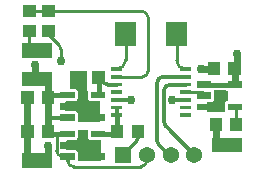
<source format=gtl>
G04 Layer: TopLayer*
G04 EasyEDA v6.4.7, 2021-01-18T10:53:27+01:00*
G04 aa4ddc66a76449b48dffd980d3e90acf,8dc9eacff13444d6b60fd3cb587e6cd5,01*
G04 Gerber Generator version 0.2*
G04 Scale: 100 percent, Rotated: No, Reflected: No *
G04 Dimensions in inches *
G04 leading zeros omitted , absolute positions ,2 integer and 4 decimal *
%FSLAX24Y24*%
%MOIN*%
G90*
D02*

%ADD10C,0.010000*%
%ADD11C,0.012000*%
%ADD12C,0.024000*%
%ADD13C,0.016000*%
%ADD14C,0.029750*%
%ADD15R,0.100000X0.050000*%
%ADD18C,0.054000*%

%LPD*%
G36*
G01X6969Y2759D02*
G01X6624Y2759D01*
G01X6618Y2758D01*
G01X6613Y2756D01*
G01X6603Y2750D01*
G01X6599Y2746D01*
G01X6593Y2736D01*
G01X6591Y2731D01*
G01X6589Y2719D01*
G01X6591Y2707D01*
G01X6594Y2696D01*
G01X6596Y2686D01*
G01X6596Y2675D01*
G01X6597Y2458D01*
G01X6595Y2440D01*
G01X6593Y2431D01*
G01X6590Y2422D01*
G01X6586Y2413D01*
G01X6576Y2397D01*
G01X6570Y2390D01*
G01X6564Y2384D01*
G01X6556Y2378D01*
G01X6549Y2372D01*
G01X6541Y2368D01*
G01X6532Y2364D01*
G01X6523Y2361D01*
G01X6514Y2359D01*
G01X6496Y2357D01*
G01X6372Y2357D01*
G01X6367Y2356D01*
G01X6361Y2354D01*
G01X6356Y2351D01*
G01X6344Y2339D01*
G01X6342Y2334D01*
G01X6340Y2328D01*
G01X6338Y2323D01*
G01X6338Y2050D01*
G01X6340Y2044D01*
G01X6344Y2034D01*
G01X6348Y2029D01*
G01X6352Y2025D01*
G01X6356Y2022D01*
G01X6361Y2019D01*
G01X6367Y2017D01*
G01X6372Y2016D01*
G01X6378Y2015D01*
G01X6909Y2015D01*
G01X6914Y2016D01*
G01X6920Y2017D01*
G01X6925Y2019D01*
G01X6935Y2025D01*
G01X6939Y2029D01*
G01X6945Y2039D01*
G01X6947Y2044D01*
G01X6948Y2050D01*
G01X6949Y2055D01*
G01X6948Y2063D01*
G01X6946Y2074D01*
G01X6946Y2310D01*
G01X6947Y2319D01*
G01X6949Y2328D01*
G01X6952Y2337D01*
G01X6956Y2345D01*
G01X6966Y2361D01*
G01X6978Y2375D01*
G01X6985Y2381D01*
G01X7001Y2391D01*
G01X7009Y2395D01*
G01X7018Y2398D01*
G01X7028Y2402D01*
G01X7033Y2406D01*
G01X7037Y2410D01*
G01X7040Y2414D01*
G01X7043Y2419D01*
G01X7045Y2425D01*
G01X7046Y2430D01*
G01X7047Y2436D01*
G01X7047Y2697D01*
G01X7046Y2703D01*
G01X7045Y2708D01*
G01X7043Y2714D01*
G01X7040Y2719D01*
G01X7037Y2723D01*
G01X7033Y2727D01*
G01X7028Y2731D01*
G01X7018Y2735D01*
G01X7010Y2738D01*
G01X7001Y2742D01*
G01X6994Y2746D01*
G01X6986Y2751D01*
G01X6981Y2755D01*
G01X6969Y2759D01*
G37*

%LPD*%
G36*
G01X2327Y3393D02*
G01X1805Y3393D01*
G01X1800Y3392D01*
G01X1794Y3390D01*
G01X1789Y3387D01*
G01X1777Y3375D01*
G01X1775Y3370D01*
G01X1773Y3364D01*
G01X1772Y3359D01*
G01X1771Y3353D01*
G01X1771Y2837D01*
G01X1772Y2832D01*
G01X1773Y2826D01*
G01X1777Y2816D01*
G01X1781Y2811D01*
G01X1785Y2807D01*
G01X1789Y2804D01*
G01X1794Y2801D01*
G01X1800Y2799D01*
G01X1805Y2798D01*
G01X1811Y2797D01*
G01X1950Y2797D01*
G01X1959Y2796D01*
G01X1968Y2794D01*
G01X1977Y2791D01*
G01X1985Y2787D01*
G01X1994Y2782D01*
G01X2001Y2777D01*
G01X2008Y2771D01*
G01X2015Y2764D01*
G01X2021Y2757D01*
G01X2026Y2750D01*
G01X2031Y2741D01*
G01X2035Y2733D01*
G01X2038Y2724D01*
G01X2040Y2715D01*
G01X2041Y2706D01*
G01X2041Y2470D01*
G01X2040Y2461D01*
G01X2038Y2452D01*
G01X2035Y2443D01*
G01X2031Y2435D01*
G01X2021Y2419D01*
G01X2015Y2412D01*
G01X2008Y2405D01*
G01X2001Y2399D01*
G01X1994Y2394D01*
G01X1985Y2389D01*
G01X1977Y2386D01*
G01X1968Y2383D01*
G01X1950Y2379D01*
G01X1654Y2379D01*
G01X1642Y2377D01*
G01X1637Y2375D01*
G01X1627Y2369D01*
G01X1623Y2365D01*
G01X1617Y2355D01*
G01X1615Y2350D01*
G01X1614Y2344D01*
G01X1614Y2084D01*
G01X1615Y2078D01*
G01X1617Y2073D01*
G01X1623Y2063D01*
G01X1627Y2059D01*
G01X1637Y2053D01*
G01X1642Y2051D01*
G01X1654Y2049D01*
G01X1950Y2049D01*
G01X1959Y2048D01*
G01X1977Y2042D01*
G01X1985Y2039D01*
G01X1994Y2034D01*
G01X2001Y2029D01*
G01X2008Y2023D01*
G01X2015Y2016D01*
G01X2021Y2009D01*
G01X2031Y1993D01*
G01X2035Y1985D01*
G01X2038Y1976D01*
G01X2040Y1967D01*
G01X2041Y1958D01*
G01X2041Y1740D01*
G01X2042Y1735D01*
G01X2043Y1729D01*
G01X2045Y1724D01*
G01X2051Y1714D01*
G01X2055Y1710D01*
G01X2065Y1704D01*
G01X2070Y1702D01*
G01X2076Y1701D01*
G01X2081Y1700D01*
G01X2755Y1700D01*
G01X2760Y1701D01*
G01X2766Y1702D01*
G01X2771Y1704D01*
G01X2781Y1710D01*
G01X2785Y1714D01*
G01X2791Y1724D01*
G01X2793Y1729D01*
G01X2794Y1735D01*
G01X2795Y1740D01*
G01X2795Y2339D01*
G01X2794Y2344D01*
G01X2793Y2350D01*
G01X2791Y2355D01*
G01X2785Y2365D01*
G01X2781Y2369D01*
G01X2771Y2375D01*
G01X2766Y2377D01*
G01X2760Y2378D01*
G01X2755Y2379D01*
G01X2482Y2379D01*
G01X2464Y2383D01*
G01X2455Y2386D01*
G01X2447Y2389D01*
G01X2438Y2394D01*
G01X2431Y2399D01*
G01X2424Y2405D01*
G01X2417Y2412D01*
G01X2411Y2419D01*
G01X2401Y2435D01*
G01X2397Y2443D01*
G01X2394Y2452D01*
G01X2392Y2461D01*
G01X2391Y2470D01*
G01X2391Y2685D01*
G01X2389Y2697D01*
G01X2387Y2702D01*
G01X2381Y2712D01*
G01X2377Y2716D01*
G01X2367Y2722D01*
G01X2362Y2724D01*
G01X2362Y3353D01*
G01X2361Y3359D01*
G01X2360Y3364D01*
G01X2358Y3370D01*
G01X2355Y3375D01*
G01X2352Y3379D01*
G01X2348Y3383D01*
G01X2343Y3387D01*
G01X2338Y3390D01*
G01X2333Y3392D01*
G01X2327Y3393D01*
G37*

%LPD*%
G36*
G01X2351Y1425D02*
G01X2081Y1425D01*
G01X2076Y1424D01*
G01X2070Y1423D01*
G01X2065Y1421D01*
G01X2055Y1415D01*
G01X2051Y1411D01*
G01X2045Y1401D01*
G01X2043Y1396D01*
G01X2042Y1390D01*
G01X2041Y1385D01*
G01X2041Y1169D01*
G01X2040Y1160D01*
G01X2038Y1151D01*
G01X2035Y1142D01*
G01X2031Y1134D01*
G01X2026Y1125D01*
G01X2021Y1118D01*
G01X2015Y1111D01*
G01X2008Y1104D01*
G01X2001Y1098D01*
G01X1994Y1093D01*
G01X1985Y1088D01*
G01X1977Y1084D01*
G01X1968Y1081D01*
G01X1959Y1079D01*
G01X1950Y1078D01*
G01X1693Y1078D01*
G01X1687Y1077D01*
G01X1682Y1076D01*
G01X1676Y1074D01*
G01X1671Y1071D01*
G01X1667Y1068D01*
G01X1663Y1064D01*
G01X1659Y1059D01*
G01X1655Y1049D01*
G01X1653Y1043D01*
G01X1653Y782D01*
G01X1655Y777D01*
G01X1657Y771D01*
G01X1659Y766D01*
G01X1671Y754D01*
G01X1676Y752D01*
G01X1682Y750D01*
G01X1687Y749D01*
G01X1693Y748D01*
G01X1950Y748D01*
G01X1968Y744D01*
G01X1977Y741D01*
G01X1985Y738D01*
G01X1994Y733D01*
G01X2001Y728D01*
G01X2008Y722D01*
G01X2015Y715D01*
G01X2021Y708D01*
G01X2031Y692D01*
G01X2035Y684D01*
G01X2038Y675D01*
G01X2040Y666D01*
G01X2041Y656D01*
G01X2041Y441D01*
G01X2042Y435D01*
G01X2043Y430D01*
G01X2045Y424D01*
G01X2048Y419D01*
G01X2051Y415D01*
G01X2055Y411D01*
G01X2060Y407D01*
G01X2070Y403D01*
G01X2076Y402D01*
G01X2081Y401D01*
G01X2794Y401D01*
G01X2800Y402D01*
G01X2805Y403D01*
G01X2811Y405D01*
G01X2816Y407D01*
G01X2828Y419D01*
G01X2830Y424D01*
G01X2832Y430D01*
G01X2834Y435D01*
G01X2834Y1043D01*
G01X2832Y1049D01*
G01X2828Y1059D01*
G01X2824Y1064D01*
G01X2820Y1068D01*
G01X2816Y1071D01*
G01X2811Y1074D01*
G01X2805Y1076D01*
G01X2800Y1077D01*
G01X2794Y1078D01*
G01X2482Y1078D01*
G01X2473Y1079D01*
G01X2464Y1081D01*
G01X2455Y1084D01*
G01X2447Y1088D01*
G01X2438Y1093D01*
G01X2431Y1098D01*
G01X2424Y1104D01*
G01X2417Y1111D01*
G01X2411Y1118D01*
G01X2406Y1125D01*
G01X2401Y1134D01*
G01X2397Y1142D01*
G01X2394Y1151D01*
G01X2392Y1160D01*
G01X2391Y1169D01*
G01X2391Y1385D01*
G01X2390Y1390D01*
G01X2389Y1396D01*
G01X2387Y1401D01*
G01X2381Y1411D01*
G01X2377Y1415D01*
G01X2367Y1421D01*
G01X2362Y1423D01*
G01X2356Y1424D01*
G01X2351Y1425D01*
G37*

%LPD*%
G54D11*
G01X4685Y3000D02*
G01X4685Y1073D01*
G54D10*
G01X4390Y3393D02*
G01X4390Y5168D01*
G01X3640Y3753D02*
G01X3640Y4618D01*
G01X433Y5381D02*
G01X1082Y5381D01*
G01X3700Y5381D01*
G01X5340Y3749D02*
G01X5340Y4618D01*
G01X3342Y3193D02*
G01X4190Y3193D01*
G01X4177Y5381D02*
G01X3700Y5381D01*
G54D11*
G01X3339Y2429D02*
G01X3818Y2429D01*
G01X5636Y2429D02*
G01X5196Y2429D01*
G54D10*
G01X1082Y4712D02*
G01X1082Y4594D01*
G01X1418Y4258D01*
G54D12*
G01X368Y2503D02*
G01X368Y1385D01*
G01X368Y441D01*
G01X669Y441D01*
G01X669Y401D01*
G01X1043Y401D01*
G01X1043Y893D01*
G54D11*
G01X4045Y1385D02*
G01X4045Y1162D01*
G01X3987Y1023D02*
G01X3562Y598D01*
G54D10*
G01X1476Y4119D02*
G01X1476Y3708D01*
G54D12*
G01X6584Y3472D02*
G01X6141Y3472D01*
G54D10*
G01X5636Y2685D02*
G01X6220Y2685D01*
G01X6259Y2566D01*
G54D11*
G01X4921Y1683D02*
G01X4921Y2744D01*
G01X5118Y2940D02*
G01X5636Y2940D01*
G01X5925Y598D02*
G01X4978Y1544D01*
G01X5636Y3196D02*
G01X4881Y3196D01*
G01X4742Y934D02*
G01X5078Y598D01*
G01X5137Y598D01*
G54D10*
G01X433Y4712D02*
G01X433Y4181D01*
G01X590Y4181D01*
G01X590Y4062D01*
G01X669Y4062D01*
G54D12*
G01X6641Y1594D02*
G01X6641Y933D01*
G01X7007Y933D01*
G54D13*
G01X2728Y2588D02*
G01X2736Y2588D01*
G01X2736Y3165D01*
G54D11*
G01X3339Y2940D02*
G01X3042Y2940D01*
G01X2902Y2998D02*
G01X2736Y3165D01*
G01X3339Y2173D02*
G01X3339Y1917D01*
G54D13*
G01X2728Y1287D02*
G01X3356Y1287D01*
G01X3356Y1385D01*
G01X3339Y1385D01*
G01X3339Y1917D01*
G54D10*
G01X1535Y539D02*
G01X1704Y539D01*
G01X1704Y401D01*
G01X1901Y204D02*
G01X4153Y204D01*
G01X4350Y401D02*
G01X4350Y598D01*
G54D13*
G01X1057Y1385D02*
G01X1076Y1287D01*
G01X1338Y1287D01*
G01X1704Y1287D01*
G01X1057Y2503D02*
G01X1062Y2588D01*
G01X1704Y2588D01*
G54D12*
G01X1062Y2588D02*
G01X1062Y1818D01*
G01X1062Y1307D01*
G01X1057Y1385D01*
G54D11*
G01X1704Y1840D02*
G01X1704Y1818D01*
G01X1062Y1818D01*
G54D10*
G01X1338Y736D02*
G01X1338Y1287D01*
G54D12*
G01X669Y3118D02*
G01X860Y3118D01*
G01X1057Y2921D02*
G01X1057Y2503D01*
G01X629Y3590D02*
G01X629Y3157D01*
G54D13*
G01X629Y3157D02*
G01X669Y3118D01*
G54D12*
G01X7362Y3944D02*
G01X7362Y3561D01*
G54D13*
G01X7362Y3561D02*
G01X7273Y3472D01*
G54D12*
G01X7273Y3472D02*
G01X7273Y2950D01*
G54D13*
G01X7273Y2950D02*
G01X7283Y2940D01*
G01X6259Y2940D01*
G54D10*
G01X7283Y2192D02*
G01X7311Y2192D01*
G01X7311Y1594D01*
G36*
G01X1940Y2696D02*
G01X1940Y2480D01*
G01X1468Y2480D01*
G01X1468Y2696D01*
G01X1940Y2696D01*
G37*
G36*
G01X1940Y2322D02*
G01X1940Y2106D01*
G01X1468Y2106D01*
G01X1468Y2322D01*
G01X1940Y2322D01*
G37*
G36*
G01X1940Y1948D02*
G01X1940Y1732D01*
G01X1468Y1732D01*
G01X1468Y1948D01*
G01X1940Y1948D01*
G37*
G36*
G01X2964Y1948D02*
G01X2964Y1732D01*
G01X2492Y1732D01*
G01X2492Y1948D01*
G01X2964Y1948D01*
G37*
G36*
G01X2964Y2696D02*
G01X2964Y2480D01*
G01X2492Y2480D01*
G01X2492Y2696D01*
G01X2964Y2696D01*
G37*
G36*
G01X2942Y2952D02*
G01X2529Y2952D01*
G01X2529Y3378D01*
G01X2942Y3378D01*
G01X2942Y2952D01*
G37*
G36*
G01X2253Y2952D02*
G01X1840Y2952D01*
G01X1840Y3378D01*
G01X2253Y3378D01*
G01X2253Y2952D01*
G37*
G36*
G01X1263Y2291D02*
G01X850Y2291D01*
G01X850Y2716D01*
G01X1263Y2716D01*
G01X1263Y2291D01*
G37*
G36*
G01X574Y2291D02*
G01X161Y2291D01*
G01X161Y2716D01*
G01X574Y2716D01*
G01X574Y2291D01*
G37*
G36*
G01X7507Y1378D02*
G01X7114Y1378D01*
G01X7114Y1811D01*
G01X7507Y1811D01*
G01X7507Y1378D01*
G37*
G36*
G01X6838Y1378D02*
G01X6444Y1378D01*
G01X6444Y1811D01*
G01X6838Y1811D01*
G01X6838Y1378D01*
G37*
G36*
G01X3534Y3512D02*
G01X3534Y3392D01*
G01X3144Y3392D01*
G01X3144Y3512D01*
G01X3534Y3512D01*
G37*
G36*
G01X3534Y3256D02*
G01X3534Y3136D01*
G01X3144Y3136D01*
G01X3144Y3256D01*
G01X3534Y3256D01*
G37*
G36*
G01X3534Y3000D02*
G01X3534Y2880D01*
G01X3144Y2880D01*
G01X3144Y3000D01*
G01X3534Y3000D01*
G37*
G36*
G01X3534Y2745D02*
G01X3534Y2625D01*
G01X3144Y2625D01*
G01X3144Y2745D01*
G01X3534Y2745D01*
G37*
G36*
G01X3534Y2489D02*
G01X3534Y2369D01*
G01X3144Y2369D01*
G01X3144Y2489D01*
G01X3534Y2489D01*
G37*
G36*
G01X3534Y2233D02*
G01X3534Y2113D01*
G01X3144Y2113D01*
G01X3144Y2233D01*
G01X3534Y2233D01*
G37*
G36*
G01X3534Y1977D02*
G01X3534Y1857D01*
G01X3144Y1857D01*
G01X3144Y1977D01*
G01X3534Y1977D01*
G37*
G36*
G01X5831Y1977D02*
G01X5831Y1857D01*
G01X5441Y1857D01*
G01X5441Y1977D01*
G01X5831Y1977D01*
G37*
G36*
G01X5831Y2233D02*
G01X5831Y2113D01*
G01X5441Y2113D01*
G01X5441Y2233D01*
G01X5831Y2233D01*
G37*
G36*
G01X5831Y2489D02*
G01X5831Y2369D01*
G01X5441Y2369D01*
G01X5441Y2489D01*
G01X5831Y2489D01*
G37*
G36*
G01X5831Y2745D02*
G01X5831Y2625D01*
G01X5441Y2625D01*
G01X5441Y2745D01*
G01X5831Y2745D01*
G37*
G36*
G01X5831Y3000D02*
G01X5831Y2880D01*
G01X5441Y2880D01*
G01X5441Y3000D01*
G01X5831Y3000D01*
G37*
G36*
G01X5831Y3256D02*
G01X5831Y3136D01*
G01X5441Y3136D01*
G01X5441Y3256D01*
G01X5831Y3256D01*
G37*
G36*
G01X5831Y3512D02*
G01X5831Y3392D01*
G01X5441Y3392D01*
G01X5441Y3512D01*
G01X5831Y3512D01*
G37*
G36*
G01X649Y5578D02*
G01X649Y5185D01*
G01X216Y5185D01*
G01X216Y5578D01*
G01X649Y5578D01*
G37*
G36*
G01X649Y4909D02*
G01X649Y4515D01*
G01X216Y4515D01*
G01X216Y4909D01*
G01X649Y4909D01*
G37*
G36*
G01X1299Y5578D02*
G01X1299Y5185D01*
G01X866Y5185D01*
G01X866Y5578D01*
G01X1299Y5578D01*
G37*
G36*
G01X1299Y4909D02*
G01X1299Y4515D01*
G01X866Y4515D01*
G01X866Y4909D01*
G01X1299Y4909D01*
G37*
G54D15*
G01X7007Y933D03*
G36*
G01X169Y4313D02*
G01X1169Y4313D01*
G01X1169Y3812D01*
G01X169Y3812D01*
G01X169Y4313D01*
G37*
G36*
G01X169Y651D02*
G01X1169Y651D01*
G01X1169Y151D01*
G01X169Y151D01*
G01X169Y651D01*
G37*
G01X669Y3118D03*
G36*
G01X1940Y1395D02*
G01X1940Y1179D01*
G01X1468Y1179D01*
G01X1468Y1395D01*
G01X1940Y1395D01*
G37*
G36*
G01X1940Y1021D02*
G01X1940Y805D01*
G01X1468Y805D01*
G01X1468Y1021D01*
G01X1940Y1021D01*
G37*
G36*
G01X1940Y647D02*
G01X1940Y431D01*
G01X1468Y431D01*
G01X1468Y647D01*
G01X1940Y647D01*
G37*
G36*
G01X2964Y647D02*
G01X2964Y431D01*
G01X2492Y431D01*
G01X2492Y647D01*
G01X2964Y647D01*
G37*
G36*
G01X2964Y1395D02*
G01X2964Y1179D01*
G01X2492Y1179D01*
G01X2492Y1395D01*
G01X2964Y1395D01*
G37*
G36*
G01X3149Y1598D02*
G01X3562Y1598D01*
G01X3562Y1173D01*
G01X3149Y1173D01*
G01X3149Y1598D01*
G37*
G36*
G01X3838Y1598D02*
G01X4251Y1598D01*
G01X4251Y1173D01*
G01X3838Y1173D01*
G01X3838Y1598D01*
G37*
G36*
G01X1263Y1173D02*
G01X850Y1173D01*
G01X850Y1598D01*
G01X1263Y1598D01*
G01X1263Y1173D01*
G37*
G36*
G01X574Y1173D02*
G01X161Y1173D01*
G01X161Y1598D01*
G01X574Y1598D01*
G01X574Y1173D01*
G37*
G36*
G01X6496Y3049D02*
G01X6496Y2832D01*
G01X6023Y2832D01*
G01X6023Y3049D01*
G01X6496Y3049D01*
G37*
G36*
G01X6496Y2675D02*
G01X6496Y2458D01*
G01X6023Y2458D01*
G01X6023Y2675D01*
G01X6496Y2675D01*
G37*
G36*
G01X6496Y2301D02*
G01X6496Y2084D01*
G01X6023Y2084D01*
G01X6023Y2301D01*
G01X6496Y2301D01*
G37*
G36*
G01X7519Y2301D02*
G01X7519Y2084D01*
G01X7047Y2084D01*
G01X7047Y2301D01*
G01X7519Y2301D01*
G37*
G36*
G01X7519Y3049D02*
G01X7519Y2832D01*
G01X7047Y2832D01*
G01X7047Y3049D01*
G01X7519Y3049D01*
G37*
G36*
G01X7480Y3259D02*
G01X7066Y3259D01*
G01X7066Y3685D01*
G01X7480Y3685D01*
G01X7480Y3259D01*
G37*
G36*
G01X6791Y3259D02*
G01X6377Y3259D01*
G01X6377Y3685D01*
G01X6791Y3685D01*
G01X6791Y3259D01*
G37*
G36*
G01X3290Y5018D02*
G01X3990Y5018D01*
G01X3990Y4218D01*
G01X3290Y4218D01*
G01X3290Y5018D01*
G37*
G36*
G01X4990Y5018D02*
G01X5690Y5018D01*
G01X5690Y4218D01*
G01X4990Y4218D01*
G01X4990Y5018D01*
G37*
G54D11*
G75*
G01X4045Y1162D02*
G02X3988Y1023I-197J0D01*
G01*
G54D10*
G75*
G01X1419Y4258D02*
G02X1476Y4119I-139J-139D01*
G01*
G54D11*
G75*
G01X4921Y2744D02*
G02X5118Y2941I197J0D01*
G01*
G75*
G01X4979Y1545D02*
G02X4921Y1684I139J139D01*
G01*
G75*
G01X4882Y3197D02*
G03X4685Y3000I0J-197D01*
G01*
G75*
G01X4685Y1074D02*
G03X4743Y935I197J0D01*
G01*
G75*
G01X3042Y2941D02*
G02X2903Y2999I0J197D01*
G01*
G54D10*
G75*
G01X1705Y402D02*
G03X1902Y205I196J-1D01*
G01*
G75*
G01X4154Y205D02*
G03X4350Y402I0J196D01*
G01*
G75*
G01X1535Y539D02*
G02X1339Y736I0J197D01*
G01*
G54D12*
G75*
G01X860Y3118D02*
G02X1057Y2921I0J-197D01*
G01*
G54D10*
G75*
G01X3339Y3197D02*
G03X3342Y3194I3J0D01*
G01*
G75*
G01X4190Y3194D02*
G03X4390Y3394I0J200D01*
G01*
G75*
G01X4390Y5169D02*
G03X4177Y5382I-213J0D01*
G01*
G75*
G01X3339Y3453D02*
G03X3640Y3753I0J300D01*
G01*
G75*
G01X5637Y3453D02*
G02X5340Y3750I0J297D01*
G01*
G36*
G01X3292Y868D02*
G01X3832Y868D01*
G01X3832Y328D01*
G01X3292Y328D01*
G01X3292Y868D01*
G37*
G54D18*
G01X4350Y598D03*
G01X5137Y598D03*
G01X5925Y598D03*
G54D14*
G01X5196Y2429D03*
G01X1476Y3708D03*
G01X2224Y2527D03*
G01X2185Y1937D03*
G01X3818Y2429D03*
G01X1043Y893D03*
G01X2263Y1228D03*
G01X2224Y637D03*
G01X6141Y3472D03*
G01X6811Y2192D03*
G01X7362Y3944D03*
G01X629Y3590D03*
M00*
M02*

</source>
